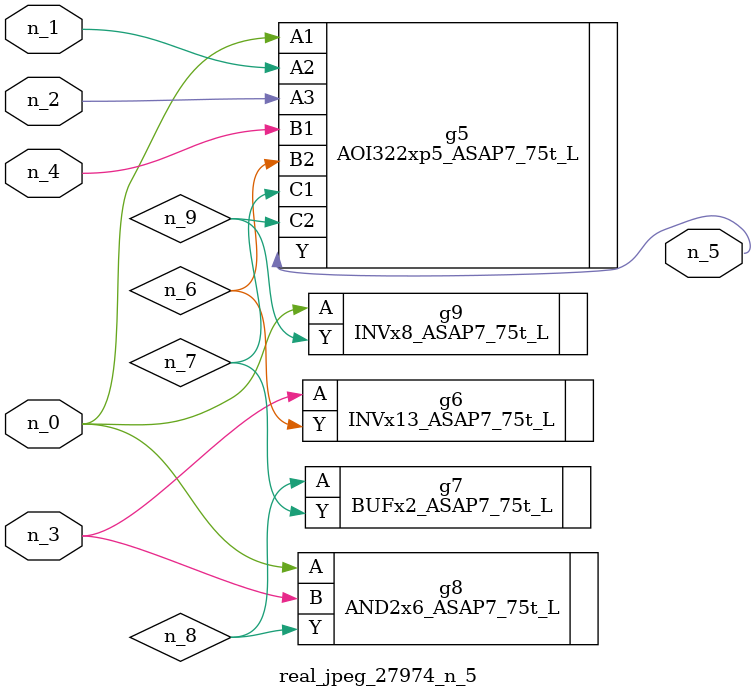
<source format=v>
module real_jpeg_27974_n_5 (n_4, n_0, n_1, n_2, n_3, n_5);

input n_4;
input n_0;
input n_1;
input n_2;
input n_3;

output n_5;

wire n_8;
wire n_6;
wire n_7;
wire n_9;

AOI322xp5_ASAP7_75t_L g5 ( 
.A1(n_0),
.A2(n_1),
.A3(n_2),
.B1(n_4),
.B2(n_6),
.C1(n_7),
.C2(n_9),
.Y(n_5)
);

AND2x6_ASAP7_75t_L g8 ( 
.A(n_0),
.B(n_3),
.Y(n_8)
);

INVx8_ASAP7_75t_L g9 ( 
.A(n_0),
.Y(n_9)
);

INVx13_ASAP7_75t_L g6 ( 
.A(n_3),
.Y(n_6)
);

BUFx2_ASAP7_75t_L g7 ( 
.A(n_8),
.Y(n_7)
);


endmodule
</source>
